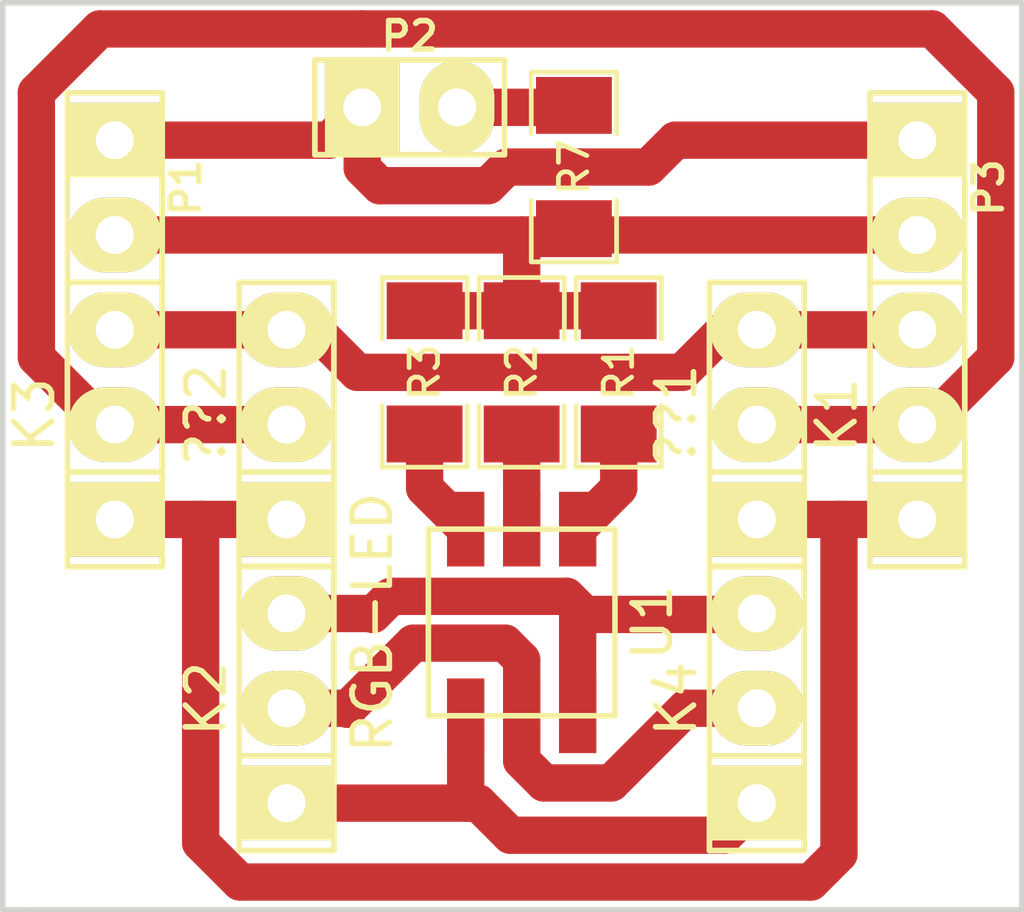
<source format=kicad_pcb>
(kicad_pcb (version 3) (host pcbnew "(2013-may-18)-stable")

  (general
    (links 26)
    (no_connects 0)
    (area 25.024999 38.424999 52.475001 62.875001)
    (thickness 1.6)
    (drawings 8)
    (tracks 80)
    (zones 0)
    (modules 14)
    (nets 13)
  )

  (page A3)
  (layers
    (15 F.Cu signal)
    (0 B.Cu signal)
    (16 B.Adhes user)
    (17 F.Adhes user)
    (18 B.Paste user)
    (19 F.Paste user)
    (20 B.SilkS user)
    (21 F.SilkS user)
    (22 B.Mask user)
    (23 F.Mask user)
    (24 Dwgs.User user)
    (25 Cmts.User user)
    (26 Eco1.User user)
    (27 Eco2.User user)
    (28 Edge.Cuts user)
  )

  (setup
    (last_trace_width 1)
    (trace_clearance 0.254)
    (zone_clearance 0.508)
    (zone_45_only no)
    (trace_min 0.254)
    (segment_width 0.2)
    (edge_width 0.15)
    (via_size 1)
    (via_drill 0.5)
    (via_min_size 0.889)
    (via_min_drill 0.5)
    (uvia_size 0.508)
    (uvia_drill 0.127)
    (uvias_allowed no)
    (uvia_min_size 0.508)
    (uvia_min_drill 0.127)
    (pcb_text_width 0.3)
    (pcb_text_size 1 1)
    (mod_edge_width 0.15)
    (mod_text_size 1 1)
    (mod_text_width 0.15)
    (pad_size 1 1)
    (pad_drill 0.6)
    (pad_to_mask_clearance 0)
    (aux_axis_origin 0 0)
    (visible_elements FFFFFFBF)
    (pcbplotparams
      (layerselection 3178497)
      (usegerberextensions true)
      (excludeedgelayer true)
      (linewidth 0.150000)
      (plotframeref false)
      (viasonmask false)
      (mode 1)
      (useauxorigin false)
      (hpglpennumber 1)
      (hpglpenspeed 20)
      (hpglpendiameter 15)
      (hpglpenoverlay 2)
      (psnegative false)
      (psa4output false)
      (plotreference true)
      (plotvalue true)
      (plotothertext true)
      (plotinvisibletext false)
      (padsonsilk false)
      (subtractmaskfromsilk false)
      (outputformat 1)
      (mirror false)
      (drillshape 1)
      (scaleselection 1)
      (outputdirectory ""))
  )

  (net 0 "")
  (net 1 +3.3V)
  (net 2 +BATT)
  (net 3 GND)
  (net 4 N-000001)
  (net 5 N-0000012)
  (net 6 N-0000013)
  (net 7 N-0000015)
  (net 8 N-000002)
  (net 9 N-000003)
  (net 10 N-000004)
  (net 11 N-000005)
  (net 12 N-000009)

  (net_class Default "This is the default net class."
    (clearance 0.254)
    (trace_width 1)
    (via_dia 1)
    (via_drill 0.5)
    (uvia_dia 0.508)
    (uvia_drill 0.127)
    (add_net "")
    (add_net +3.3V)
    (add_net +BATT)
    (add_net GND)
    (add_net N-000001)
    (add_net N-0000012)
    (add_net N-0000013)
    (add_net N-0000015)
    (add_net N-000002)
    (add_net N-000003)
    (add_net N-000004)
    (add_net N-000005)
    (add_net N-000009)
  )

  (module SM1206 (layer F.Cu) (tedit 42806E24) (tstamp 5517CA87)
    (at 40.4 42.9 270)
    (path /5517BB03)
    (attr smd)
    (fp_text reference R7 (at 0 0 270) (layer F.SilkS)
      (effects (font (size 0.762 0.762) (thickness 0.127)))
    )
    (fp_text value R (at 0 0 270) (layer F.SilkS) hide
      (effects (font (size 0.762 0.762) (thickness 0.127)))
    )
    (fp_line (start -2.54 -1.143) (end -2.54 1.143) (layer F.SilkS) (width 0.127))
    (fp_line (start -2.54 1.143) (end -0.889 1.143) (layer F.SilkS) (width 0.127))
    (fp_line (start 0.889 -1.143) (end 2.54 -1.143) (layer F.SilkS) (width 0.127))
    (fp_line (start 2.54 -1.143) (end 2.54 1.143) (layer F.SilkS) (width 0.127))
    (fp_line (start 2.54 1.143) (end 0.889 1.143) (layer F.SilkS) (width 0.127))
    (fp_line (start -0.889 -1.143) (end -2.54 -1.143) (layer F.SilkS) (width 0.127))
    (pad 1 smd rect (at -1.651 0 270) (size 1.524 2.032)
      (layers F.Cu F.Paste F.Mask)
      (net 5 N-0000012)
    )
    (pad 2 smd rect (at 1.651 0 270) (size 1.524 2.032)
      (layers F.Cu F.Paste F.Mask)
      (net 2 +BATT)
    )
    (model smd/chip_cms.wrl
      (at (xyz 0 0 0))
      (scale (xyz 0.17 0.16 0.16))
      (rotate (xyz 0 0 0))
    )
  )

  (module SM1206 (layer F.Cu) (tedit 42806E24) (tstamp 5517C33C)
    (at 36.4 48.4 270)
    (path /5517BF34)
    (attr smd)
    (fp_text reference R3 (at 0 0 270) (layer F.SilkS)
      (effects (font (size 0.762 0.762) (thickness 0.127)))
    )
    (fp_text value R (at 0 0 270) (layer F.SilkS) hide
      (effects (font (size 0.762 0.762) (thickness 0.127)))
    )
    (fp_line (start -2.54 -1.143) (end -2.54 1.143) (layer F.SilkS) (width 0.127))
    (fp_line (start -2.54 1.143) (end -0.889 1.143) (layer F.SilkS) (width 0.127))
    (fp_line (start 0.889 -1.143) (end 2.54 -1.143) (layer F.SilkS) (width 0.127))
    (fp_line (start 2.54 -1.143) (end 2.54 1.143) (layer F.SilkS) (width 0.127))
    (fp_line (start 2.54 1.143) (end 0.889 1.143) (layer F.SilkS) (width 0.127))
    (fp_line (start -0.889 -1.143) (end -2.54 -1.143) (layer F.SilkS) (width 0.127))
    (pad 1 smd rect (at -1.651 0 270) (size 1.524 2.032)
      (layers F.Cu F.Paste F.Mask)
      (net 2 +BATT)
    )
    (pad 2 smd rect (at 1.651 0 270) (size 1.524 2.032)
      (layers F.Cu F.Paste F.Mask)
      (net 10 N-000004)
    )
    (model smd/chip_cms.wrl
      (at (xyz 0 0 0))
      (scale (xyz 0.17 0.16 0.16))
      (rotate (xyz 0 0 0))
    )
  )

  (module SM1206 (layer F.Cu) (tedit 42806E24) (tstamp 5517C348)
    (at 39 48.4 270)
    (path /5517BF25)
    (attr smd)
    (fp_text reference R2 (at 0 0 270) (layer F.SilkS)
      (effects (font (size 0.762 0.762) (thickness 0.127)))
    )
    (fp_text value R (at 0 0 270) (layer F.SilkS) hide
      (effects (font (size 0.762 0.762) (thickness 0.127)))
    )
    (fp_line (start -2.54 -1.143) (end -2.54 1.143) (layer F.SilkS) (width 0.127))
    (fp_line (start -2.54 1.143) (end -0.889 1.143) (layer F.SilkS) (width 0.127))
    (fp_line (start 0.889 -1.143) (end 2.54 -1.143) (layer F.SilkS) (width 0.127))
    (fp_line (start 2.54 -1.143) (end 2.54 1.143) (layer F.SilkS) (width 0.127))
    (fp_line (start 2.54 1.143) (end 0.889 1.143) (layer F.SilkS) (width 0.127))
    (fp_line (start -0.889 -1.143) (end -2.54 -1.143) (layer F.SilkS) (width 0.127))
    (pad 1 smd rect (at -1.651 0 270) (size 1.524 2.032)
      (layers F.Cu F.Paste F.Mask)
      (net 2 +BATT)
    )
    (pad 2 smd rect (at 1.651 0 270) (size 1.524 2.032)
      (layers F.Cu F.Paste F.Mask)
      (net 9 N-000003)
    )
    (model smd/chip_cms.wrl
      (at (xyz 0 0 0))
      (scale (xyz 0.17 0.16 0.16))
      (rotate (xyz 0 0 0))
    )
  )

  (module SM1206 (layer F.Cu) (tedit 42806E24) (tstamp 5517C354)
    (at 41.6 48.4 270)
    (path /5517BEDF)
    (attr smd)
    (fp_text reference R1 (at 0 0 270) (layer F.SilkS)
      (effects (font (size 0.762 0.762) (thickness 0.127)))
    )
    (fp_text value R (at 0 0 270) (layer F.SilkS) hide
      (effects (font (size 0.762 0.762) (thickness 0.127)))
    )
    (fp_line (start -2.54 -1.143) (end -2.54 1.143) (layer F.SilkS) (width 0.127))
    (fp_line (start -2.54 1.143) (end -0.889 1.143) (layer F.SilkS) (width 0.127))
    (fp_line (start 0.889 -1.143) (end 2.54 -1.143) (layer F.SilkS) (width 0.127))
    (fp_line (start 2.54 -1.143) (end 2.54 1.143) (layer F.SilkS) (width 0.127))
    (fp_line (start 2.54 1.143) (end 0.889 1.143) (layer F.SilkS) (width 0.127))
    (fp_line (start -0.889 -1.143) (end -2.54 -1.143) (layer F.SilkS) (width 0.127))
    (pad 1 smd rect (at -1.651 0 270) (size 1.524 2.032)
      (layers F.Cu F.Paste F.Mask)
      (net 2 +BATT)
    )
    (pad 2 smd rect (at 1.651 0 270) (size 1.524 2.032)
      (layers F.Cu F.Paste F.Mask)
      (net 8 N-000002)
    )
    (model smd/chip_cms.wrl
      (at (xyz 0 0 0))
      (scale (xyz 0.17 0.16 0.16))
      (rotate (xyz 0 0 0))
    )
  )

  (module RGB-led (layer F.Cu) (tedit 5517C17E) (tstamp 5517C370)
    (at 39 55.1 270)
    (path /5517BED0)
    (fp_text reference U1 (at 0 -3.5 270) (layer F.SilkS)
      (effects (font (size 1 1) (thickness 0.15)))
    )
    (fp_text value RGB-LED (at 0 4 270) (layer F.SilkS)
      (effects (font (size 1 1) (thickness 0.15)))
    )
    (fp_line (start 2.5 -2.5) (end -2.5 -2.5) (layer F.SilkS) (width 0.15))
    (fp_line (start -2.5 -2.5) (end -2.5 2.5) (layer F.SilkS) (width 0.15))
    (fp_line (start -2.5 2.5) (end 2.5 2.5) (layer F.SilkS) (width 0.15))
    (fp_line (start 2.5 2.5) (end 2.5 -2.5) (layer F.SilkS) (width 0.15))
    (pad 1 smd rect (at 2.5 1.5 270) (size 2 1)
      (layers F.Cu F.Paste F.Mask)
      (net 4 N-000001)
    )
    (pad 2 smd rect (at 2.5 0 270) (size 2 1)
      (layers F.Cu F.Paste F.Mask)
      (net 11 N-000005)
    )
    (pad 3 smd rect (at 2.5 -1.5 270) (size 2 1)
      (layers F.Cu F.Paste F.Mask)
      (net 7 N-0000015)
    )
    (pad 4 smd rect (at -2.5 -1.5 270) (size 2 1)
      (layers F.Cu F.Paste F.Mask)
      (net 8 N-000002)
    )
    (pad 5 smd rect (at -2.5 0 270) (size 2 1)
      (layers F.Cu F.Paste F.Mask)
      (net 9 N-000003)
    )
    (pad 6 smd rect (at -2.5 1.5 270) (size 2 1)
      (layers F.Cu F.Paste F.Mask)
      (net 10 N-000004)
    )
  )

  (module PIN_ARRAY_LARGE_PADS_2.54mm_3X1 (layer F.Cu) (tedit 54F1868D) (tstamp 5517C37C)
    (at 45.3 57.4 90)
    (descr "Connecteur 3 pins")
    (tags "CONN DEV")
    (path /5517BCBA)
    (fp_text reference K4 (at 0.254 -2.159 90) (layer F.SilkS)
      (effects (font (size 1.016 1.016) (thickness 0.1524)))
    )
    (fp_text value LEDs (at 0 -2.159 90) (layer F.SilkS) hide
      (effects (font (size 1.016 1.016) (thickness 0.1524)))
    )
    (fp_line (start -3.81 1.27) (end -3.81 -1.27) (layer F.SilkS) (width 0.1524))
    (fp_line (start -3.81 -1.27) (end 3.81 -1.27) (layer F.SilkS) (width 0.1524))
    (fp_line (start 3.81 -1.27) (end 3.81 1.27) (layer F.SilkS) (width 0.1524))
    (fp_line (start 3.81 1.27) (end -3.81 1.27) (layer F.SilkS) (width 0.1524))
    (fp_line (start -1.27 -1.27) (end -1.27 1.27) (layer F.SilkS) (width 0.1524))
    (pad 1 thru_hole rect (at -2.54 0 90) (size 2 2.5) (drill 1.016)
      (layers *.Cu *.Mask F.SilkS)
      (net 4 N-000001)
    )
    (pad 2 thru_hole oval (at 0 0 90) (size 2 2.5) (drill 1.016)
      (layers *.Cu *.Mask F.SilkS)
      (net 11 N-000005)
    )
    (pad 3 thru_hole oval (at 2.54 0 90) (size 2 2.5) (drill 1.016)
      (layers *.Cu *.Mask F.SilkS)
      (net 7 N-0000015)
    )
  )

  (module PIN_ARRAY_LARGE_PADS_2.54mm_3X1 (layer F.Cu) (tedit 54F1868D) (tstamp 5517C388)
    (at 45.3 49.8 90)
    (descr "Connecteur 3 pins")
    (tags "CONN DEV")
    (path /55171C6A)
    (fp_text reference ??1 (at 0.254 -2.159 90) (layer F.SilkS)
      (effects (font (size 1.016 1.016) (thickness 0.1524)))
    )
    (fp_text value TSOP4856 (at 0 -2.159 90) (layer F.SilkS) hide
      (effects (font (size 1.016 1.016) (thickness 0.1524)))
    )
    (fp_line (start -3.81 1.27) (end -3.81 -1.27) (layer F.SilkS) (width 0.1524))
    (fp_line (start -3.81 -1.27) (end 3.81 -1.27) (layer F.SilkS) (width 0.1524))
    (fp_line (start 3.81 -1.27) (end 3.81 1.27) (layer F.SilkS) (width 0.1524))
    (fp_line (start 3.81 1.27) (end -3.81 1.27) (layer F.SilkS) (width 0.1524))
    (fp_line (start -1.27 -1.27) (end -1.27 1.27) (layer F.SilkS) (width 0.1524))
    (pad 1 thru_hole rect (at -2.54 0 90) (size 2 2.5) (drill 1.016)
      (layers *.Cu *.Mask F.SilkS)
      (net 12 N-000009)
    )
    (pad 2 thru_hole oval (at 0 0 90) (size 2 2.5) (drill 1.016)
      (layers *.Cu *.Mask F.SilkS)
      (net 3 GND)
    )
    (pad 3 thru_hole oval (at 2.54 0 90) (size 2 2.5) (drill 1.016)
      (layers *.Cu *.Mask F.SilkS)
      (net 1 +3.3V)
    )
  )

  (module PIN_ARRAY_LARGE_PADS_2.54mm_3X1 (layer F.Cu) (tedit 54F1868D) (tstamp 5517C394)
    (at 32.7 57.4 90)
    (descr "Connecteur 3 pins")
    (tags "CONN DEV")
    (path /5517BCAB)
    (fp_text reference K2 (at 0.254 -2.159 90) (layer F.SilkS)
      (effects (font (size 1.016 1.016) (thickness 0.1524)))
    )
    (fp_text value LEDs (at 0 -2.159 90) (layer F.SilkS) hide
      (effects (font (size 1.016 1.016) (thickness 0.1524)))
    )
    (fp_line (start -3.81 1.27) (end -3.81 -1.27) (layer F.SilkS) (width 0.1524))
    (fp_line (start -3.81 -1.27) (end 3.81 -1.27) (layer F.SilkS) (width 0.1524))
    (fp_line (start 3.81 -1.27) (end 3.81 1.27) (layer F.SilkS) (width 0.1524))
    (fp_line (start 3.81 1.27) (end -3.81 1.27) (layer F.SilkS) (width 0.1524))
    (fp_line (start -1.27 -1.27) (end -1.27 1.27) (layer F.SilkS) (width 0.1524))
    (pad 1 thru_hole rect (at -2.54 0 90) (size 2 2.5) (drill 1.016)
      (layers *.Cu *.Mask F.SilkS)
      (net 4 N-000001)
    )
    (pad 2 thru_hole oval (at 0 0 90) (size 2 2.5) (drill 1.016)
      (layers *.Cu *.Mask F.SilkS)
      (net 11 N-000005)
    )
    (pad 3 thru_hole oval (at 2.54 0 90) (size 2 2.5) (drill 1.016)
      (layers *.Cu *.Mask F.SilkS)
      (net 7 N-0000015)
    )
  )

  (module PIN_ARRAY_LARGE_PADS_2.54mm_3X1 (layer F.Cu) (tedit 54F1868D) (tstamp 5517C3A0)
    (at 28.1 49.8 90)
    (descr "Connecteur 3 pins")
    (tags "CONN DEV")
    (path /55171D0C)
    (fp_text reference K3 (at 0.254 -2.159 90) (layer F.SilkS)
      (effects (font (size 1.016 1.016) (thickness 0.1524)))
    )
    (fp_text value SENSORS (at 0 -2.159 90) (layer F.SilkS) hide
      (effects (font (size 1.016 1.016) (thickness 0.1524)))
    )
    (fp_line (start -3.81 1.27) (end -3.81 -1.27) (layer F.SilkS) (width 0.1524))
    (fp_line (start -3.81 -1.27) (end 3.81 -1.27) (layer F.SilkS) (width 0.1524))
    (fp_line (start 3.81 -1.27) (end 3.81 1.27) (layer F.SilkS) (width 0.1524))
    (fp_line (start 3.81 1.27) (end -3.81 1.27) (layer F.SilkS) (width 0.1524))
    (fp_line (start -1.27 -1.27) (end -1.27 1.27) (layer F.SilkS) (width 0.1524))
    (pad 1 thru_hole rect (at -2.54 0 90) (size 2 2.5) (drill 1.016)
      (layers *.Cu *.Mask F.SilkS)
      (net 12 N-000009)
    )
    (pad 2 thru_hole oval (at 0 0 90) (size 2 2.5) (drill 1.016)
      (layers *.Cu *.Mask F.SilkS)
      (net 3 GND)
    )
    (pad 3 thru_hole oval (at 2.54 0 90) (size 2 2.5) (drill 1.016)
      (layers *.Cu *.Mask F.SilkS)
      (net 1 +3.3V)
    )
  )

  (module PIN_ARRAY_LARGE_PADS_2.54mm_3X1 (layer F.Cu) (tedit 54F1868D) (tstamp 5517C3AC)
    (at 49.6 49.8 90)
    (descr "Connecteur 3 pins")
    (tags "CONN DEV")
    (path /55171CEF)
    (fp_text reference K1 (at 0.254 -2.159 90) (layer F.SilkS)
      (effects (font (size 1.016 1.016) (thickness 0.1524)))
    )
    (fp_text value SENSORS (at 0 -2.159 90) (layer F.SilkS) hide
      (effects (font (size 1.016 1.016) (thickness 0.1524)))
    )
    (fp_line (start -3.81 1.27) (end -3.81 -1.27) (layer F.SilkS) (width 0.1524))
    (fp_line (start -3.81 -1.27) (end 3.81 -1.27) (layer F.SilkS) (width 0.1524))
    (fp_line (start 3.81 -1.27) (end 3.81 1.27) (layer F.SilkS) (width 0.1524))
    (fp_line (start 3.81 1.27) (end -3.81 1.27) (layer F.SilkS) (width 0.1524))
    (fp_line (start -1.27 -1.27) (end -1.27 1.27) (layer F.SilkS) (width 0.1524))
    (pad 1 thru_hole rect (at -2.54 0 90) (size 2 2.5) (drill 1.016)
      (layers *.Cu *.Mask F.SilkS)
      (net 12 N-000009)
    )
    (pad 2 thru_hole oval (at 0 0 90) (size 2 2.5) (drill 1.016)
      (layers *.Cu *.Mask F.SilkS)
      (net 3 GND)
    )
    (pad 3 thru_hole oval (at 2.54 0 90) (size 2 2.5) (drill 1.016)
      (layers *.Cu *.Mask F.SilkS)
      (net 1 +3.3V)
    )
  )

  (module PIN_ARRAY_LARGE_PADS_2.54mm_3X1 (layer F.Cu) (tedit 54F1868D) (tstamp 5517C3B8)
    (at 32.7 49.8 90)
    (descr "Connecteur 3 pins")
    (tags "CONN DEV")
    (path /55171C79)
    (fp_text reference ??2 (at 0.254 -2.159 90) (layer F.SilkS)
      (effects (font (size 1.016 1.016) (thickness 0.1524)))
    )
    (fp_text value TSOP4856 (at 0 -2.159 90) (layer F.SilkS) hide
      (effects (font (size 1.016 1.016) (thickness 0.1524)))
    )
    (fp_line (start -3.81 1.27) (end -3.81 -1.27) (layer F.SilkS) (width 0.1524))
    (fp_line (start -3.81 -1.27) (end 3.81 -1.27) (layer F.SilkS) (width 0.1524))
    (fp_line (start 3.81 -1.27) (end 3.81 1.27) (layer F.SilkS) (width 0.1524))
    (fp_line (start 3.81 1.27) (end -3.81 1.27) (layer F.SilkS) (width 0.1524))
    (fp_line (start -1.27 -1.27) (end -1.27 1.27) (layer F.SilkS) (width 0.1524))
    (pad 1 thru_hole rect (at -2.54 0 90) (size 2 2.5) (drill 1.016)
      (layers *.Cu *.Mask F.SilkS)
      (net 12 N-000009)
    )
    (pad 2 thru_hole oval (at 0 0 90) (size 2 2.5) (drill 1.016)
      (layers *.Cu *.Mask F.SilkS)
      (net 3 GND)
    )
    (pad 3 thru_hole oval (at 2.54 0 90) (size 2 2.5) (drill 1.016)
      (layers *.Cu *.Mask F.SilkS)
      (net 1 +3.3V)
    )
  )

  (module PIN_ARRAY_LARGE_PADS_2.54mm_2X1 (layer F.Cu) (tedit 54F186BD) (tstamp 5517C3C2)
    (at 49.6 43.45 270)
    (descr "Connecteurs 2 pins")
    (tags "CONN DEV")
    (path /5517BC38)
    (fp_text reference P3 (at 0 -1.905 270) (layer F.SilkS)
      (effects (font (size 0.762 0.762) (thickness 0.1524)))
    )
    (fp_text value Vibro (at 0 -1.905 270) (layer F.SilkS) hide
      (effects (font (size 0.762 0.762) (thickness 0.1524)))
    )
    (fp_line (start -2.54 1.27) (end -2.54 -1.27) (layer F.SilkS) (width 0.1524))
    (fp_line (start -2.54 -1.27) (end 2.54 -1.27) (layer F.SilkS) (width 0.1524))
    (fp_line (start 2.54 -1.27) (end 2.54 1.27) (layer F.SilkS) (width 0.1524))
    (fp_line (start 2.54 1.27) (end -2.54 1.27) (layer F.SilkS) (width 0.1524))
    (pad 1 thru_hole rect (at -1.27 0 270) (size 2 2.5) (drill 1.016)
      (layers *.Cu *.Mask F.SilkS)
      (net 6 N-0000013)
    )
    (pad 2 thru_hole oval (at 1.27 0 270) (size 2 2.5) (drill 1.016)
      (layers *.Cu *.Mask F.SilkS)
      (net 2 +BATT)
    )
  )

  (module PIN_ARRAY_LARGE_PADS_2.54mm_2X1 (layer F.Cu) (tedit 54F186BD) (tstamp 5517C3CC)
    (at 28.1 43.45 270)
    (descr "Connecteurs 2 pins")
    (tags "CONN DEV")
    (path /5517BB1C)
    (fp_text reference P1 (at 0 -1.905 270) (layer F.SilkS)
      (effects (font (size 0.762 0.762) (thickness 0.1524)))
    )
    (fp_text value Vibro (at 0 -1.905 270) (layer F.SilkS) hide
      (effects (font (size 0.762 0.762) (thickness 0.1524)))
    )
    (fp_line (start -2.54 1.27) (end -2.54 -1.27) (layer F.SilkS) (width 0.1524))
    (fp_line (start -2.54 -1.27) (end 2.54 -1.27) (layer F.SilkS) (width 0.1524))
    (fp_line (start 2.54 -1.27) (end 2.54 1.27) (layer F.SilkS) (width 0.1524))
    (fp_line (start 2.54 1.27) (end -2.54 1.27) (layer F.SilkS) (width 0.1524))
    (pad 1 thru_hole rect (at -1.27 0 270) (size 2 2.5) (drill 1.016)
      (layers *.Cu *.Mask F.SilkS)
      (net 6 N-0000013)
    )
    (pad 2 thru_hole oval (at 1.27 0 270) (size 2 2.5) (drill 1.016)
      (layers *.Cu *.Mask F.SilkS)
      (net 2 +BATT)
    )
  )

  (module PIN_ARRAY_LARGE_PADS_2.54mm_2X1 (layer F.Cu) (tedit 54F186BD) (tstamp 5517C3D6)
    (at 36 41.3)
    (descr "Connecteurs 2 pins")
    (tags "CONN DEV")
    (path /5517BA51)
    (fp_text reference P2 (at 0 -1.905) (layer F.SilkS)
      (effects (font (size 0.762 0.762) (thickness 0.1524)))
    )
    (fp_text value VibroEngine (at 0 -1.905) (layer F.SilkS) hide
      (effects (font (size 0.762 0.762) (thickness 0.1524)))
    )
    (fp_line (start -2.54 1.27) (end -2.54 -1.27) (layer F.SilkS) (width 0.1524))
    (fp_line (start -2.54 -1.27) (end 2.54 -1.27) (layer F.SilkS) (width 0.1524))
    (fp_line (start 2.54 -1.27) (end 2.54 1.27) (layer F.SilkS) (width 0.1524))
    (fp_line (start 2.54 1.27) (end -2.54 1.27) (layer F.SilkS) (width 0.1524))
    (pad 1 thru_hole rect (at -1.27 0) (size 2 2.5) (drill 1.016)
      (layers *.Cu *.Mask F.SilkS)
      (net 6 N-0000013)
    )
    (pad 2 thru_hole oval (at 1.27 0) (size 2 2.5) (drill 1.016)
      (layers *.Cu *.Mask F.SilkS)
      (net 5 N-0000012)
    )
  )

  (gr_line (start 25.1 38.5) (end 25.2 38.5) (angle 90) (layer Edge.Cuts) (width 0.15))
  (gr_line (start 25.1 62.8) (end 25.1 38.5) (angle 90) (layer Edge.Cuts) (width 0.15))
  (gr_line (start 25.4 62.8) (end 25.1 62.8) (angle 90) (layer Edge.Cuts) (width 0.15))
  (gr_line (start 25.7 62.8) (end 25.4 62.8) (angle 90) (layer Edge.Cuts) (width 0.15))
  (gr_line (start 26.2 62.8) (end 25.7 62.8) (angle 90) (layer Edge.Cuts) (width 0.15))
  (gr_line (start 52.4 62.8) (end 26.2 62.8) (angle 90) (layer Edge.Cuts) (width 0.15))
  (gr_line (start 52.4 38.5) (end 52.4 62.8) (angle 90) (layer Edge.Cuts) (width 0.15))
  (gr_line (start 25.2 38.5) (end 52.4 38.5) (angle 90) (layer Edge.Cuts) (width 0.15))

  (segment (start 28.1 47.26) (end 32.7 47.26) (width 1) (layer F.Cu) (net 1))
  (segment (start 32.7 47.26) (end 33.46 47.26) (width 1) (layer F.Cu) (net 1))
  (segment (start 44.44 47.26) (end 45.3 47.26) (width 1) (layer F.Cu) (net 1) (tstamp 5517CAE4))
  (segment (start 43.3 48.4) (end 44.44 47.26) (width 1) (layer F.Cu) (net 1) (tstamp 5517CAE3))
  (segment (start 34.6 48.4) (end 43.3 48.4) (width 1) (layer F.Cu) (net 1) (tstamp 5517CAE2))
  (segment (start 33.46 47.26) (end 34.6 48.4) (width 1) (layer F.Cu) (net 1) (tstamp 5517CAE1))
  (segment (start 49.6 47.26) (end 45.3 47.26) (width 1) (layer F.Cu) (net 1))
  (segment (start 39 44.8) (end 40.151 44.8) (width 1) (layer F.Cu) (net 2) (status 800000))
  (segment (start 40.151 44.8) (end 40.4 44.551) (width 1) (layer F.Cu) (net 2) (tstamp 553671EA) (status C00000))
  (segment (start 39 46.749) (end 41.6 46.749) (width 1) (layer F.Cu) (net 2))
  (segment (start 39 46.749) (end 39 44.8) (width 1) (layer F.Cu) (net 2))
  (segment (start 39 44.8) (end 39 44.72) (width 1) (layer F.Cu) (net 2) (tstamp 553671E8))
  (segment (start 39.2 44.8) (end 39.2 44.72) (width 1) (layer F.Cu) (net 2) (tstamp 5517CAEB))
  (segment (start 39.08 44.8) (end 39.2 44.8) (width 1) (layer F.Cu) (net 2) (tstamp 5517CAEA))
  (segment (start 39 44.72) (end 39.08 44.8) (width 1) (layer F.Cu) (net 2) (tstamp 5517CAE9))
  (segment (start 28.1 44.72) (end 39.2 44.72) (width 1) (layer F.Cu) (net 2))
  (segment (start 39.2 44.72) (end 49.6 44.72) (width 1) (layer F.Cu) (net 2) (tstamp 5517CAEC))
  (segment (start 36.4 46.749) (end 39 46.749) (width 1) (layer F.Cu) (net 2))
  (segment (start 28.1 49.8) (end 27.8 49.8) (width 1) (layer F.Cu) (net 3))
  (segment (start 49.9 49.8) (end 49.6 49.8) (width 1) (layer F.Cu) (net 3) (tstamp 5517CC01))
  (segment (start 51.7 48) (end 49.9 49.8) (width 1) (layer F.Cu) (net 3) (tstamp 5517CC00))
  (segment (start 51.7 40.9) (end 51.7 48) (width 1) (layer F.Cu) (net 3) (tstamp 5517CBFF))
  (segment (start 50 39.2) (end 51.7 40.9) (width 1) (layer F.Cu) (net 3) (tstamp 5517CBFE))
  (segment (start 27.8 49.8) (end 26 48) (width 1) (layer F.Cu) (net 3) (tstamp 5517CBFA))
  (segment (start 28.1 49.8) (end 32.7 49.8) (width 1) (layer F.Cu) (net 3))
  (segment (start 49.6 49.8) (end 45.3 49.8) (width 1) (layer F.Cu) (net 3))
  (segment (start 34.7 39.2) (end 50 39.2) (width 1) (layer F.Cu) (net 3) (tstamp 5517CC05))
  (segment (start 26 48) (end 26 40.9) (width 1) (layer F.Cu) (net 3) (tstamp 5517CBFB))
  (segment (start 27.7 39.2) (end 34.7 39.2) (width 1) (layer F.Cu) (net 3) (tstamp 5517CBFD))
  (segment (start 26 40.9) (end 27.7 39.2) (width 1) (layer F.Cu) (net 3) (tstamp 5517CBFC))
  (segment (start 37.5 57.6) (end 37.5 59.94) (width 1) (layer F.Cu) (net 4))
  (segment (start 37.5 59.94) (end 37.84 59.94) (width 1) (layer F.Cu) (net 4) (tstamp 5517CB91))
  (segment (start 32.7 59.94) (end 37.84 59.94) (width 1) (layer F.Cu) (net 4))
  (segment (start 44.44 60.8) (end 45.3 59.94) (width 1) (layer F.Cu) (net 4) (tstamp 5517CB8E))
  (segment (start 38.7 60.8) (end 44.44 60.8) (width 1) (layer F.Cu) (net 4) (tstamp 5517CB8D))
  (segment (start 37.84 59.94) (end 38.7 60.8) (width 1) (layer F.Cu) (net 4) (tstamp 5517CB8C))
  (segment (start 40.249 41.3) (end 37.27 41.3) (width 1) (layer F.Cu) (net 5))
  (segment (start 49.6 42.18) (end 43.12 42.18) (width 1) (layer F.Cu) (net 6) (status 400000))
  (segment (start 34.73 42.93) (end 34.73 41.3) (width 1) (layer F.Cu) (net 6) (tstamp 553671FE) (status 800000))
  (segment (start 35.2 43.4) (end 34.73 42.93) (width 1) (layer F.Cu) (net 6) (tstamp 553671FD))
  (segment (start 38.1 43.4) (end 35.2 43.4) (width 1) (layer F.Cu) (net 6) (tstamp 553671FC))
  (segment (start 38.6 42.9) (end 38.1 43.4) (width 1) (layer F.Cu) (net 6) (tstamp 553671FA))
  (segment (start 42.4 42.9) (end 38.6 42.9) (width 1) (layer F.Cu) (net 6) (tstamp 553671F8))
  (segment (start 43.12 42.18) (end 42.4 42.9) (width 1) (layer F.Cu) (net 6) (tstamp 553671F7))
  (segment (start 28.1 42.18) (end 33.85 42.18) (width 1) (layer F.Cu) (net 6) (status C00000))
  (segment (start 33.85 42.18) (end 34.73 41.3) (width 1) (layer F.Cu) (net 6) (tstamp 553671F1) (status C00000))
  (segment (start 40.685 54.885) (end 45.275 54.885) (width 1) (layer F.Cu) (net 7))
  (segment (start 40.2 54.4) (end 40.685 54.885) (width 1) (layer F.Cu) (net 7) (tstamp 5517CAD2))
  (segment (start 45.275 54.885) (end 45.3 54.86) (width 1) (layer F.Cu) (net 7) (tstamp 5517CB82))
  (segment (start 32.7 54.86) (end 35.04 54.86) (width 1) (layer F.Cu) (net 7))
  (segment (start 35.5 54.4) (end 40.2 54.4) (width 1) (layer F.Cu) (net 7) (tstamp 5517CA00))
  (segment (start 35.015 54.885) (end 35.5 54.4) (width 1) (layer F.Cu) (net 7) (tstamp 5517C9FF))
  (segment (start 35.04 54.86) (end 35.015 54.885) (width 1) (layer F.Cu) (net 7) (tstamp 5517CB7F))
  (segment (start 40.2 54.4) (end 40.5 54.7) (width 1) (layer F.Cu) (net 7) (tstamp 5517CA01))
  (segment (start 40.5 54.7) (end 40.5 57.6) (width 1) (layer F.Cu) (net 7) (tstamp 5517CA02))
  (segment (start 41.6 50.051) (end 41.6 51.5) (width 1) (layer F.Cu) (net 8))
  (segment (start 41.6 51.5) (end 40.5 52.6) (width 1) (layer F.Cu) (net 8) (tstamp 5517C940))
  (segment (start 39 52.6) (end 39 50.051) (width 1) (layer F.Cu) (net 9))
  (segment (start 36.4 50.051) (end 36.4 51.5) (width 1) (layer F.Cu) (net 10))
  (segment (start 36.4 51.5) (end 37.5 52.6) (width 1) (layer F.Cu) (net 10) (tstamp 5517C945))
  (segment (start 39 57.6) (end 39 58.8) (width 1) (layer F.Cu) (net 11))
  (segment (start 43.4 57.4) (end 45.3 57.4) (width 1) (layer F.Cu) (net 11) (tstamp 5517CB89))
  (segment (start 41.4 59.4) (end 43.4 57.4) (width 1) (layer F.Cu) (net 11) (tstamp 5517CB88))
  (segment (start 39.6 59.4) (end 41.4 59.4) (width 1) (layer F.Cu) (net 11) (tstamp 5517CB87))
  (segment (start 39 58.8) (end 39.6 59.4) (width 1) (layer F.Cu) (net 11) (tstamp 5517CB86))
  (segment (start 32.7 57.4) (end 34.354002 57.4) (width 1) (layer F.Cu) (net 11))
  (segment (start 34.329002 57.425) (end 36.1 55.654002) (width 1) (layer F.Cu) (net 11) (tstamp 5517CA05))
  (segment (start 36.1 55.654002) (end 38.554002 55.654002) (width 1) (layer F.Cu) (net 11) (tstamp 5517CA06))
  (segment (start 38.554002 55.654002) (end 39 56.1) (width 1) (layer F.Cu) (net 11) (tstamp 5517CA07))
  (segment (start 39 56.1) (end 39 57.6) (width 1) (layer F.Cu) (net 11) (tstamp 5517CA08))
  (segment (start 34.354002 57.4) (end 34.329002 57.425) (width 1) (layer F.Cu) (net 11) (tstamp 5517CB7C))
  (segment (start 30.4 52.34) (end 30.4 61) (width 1) (layer F.Cu) (net 12))
  (segment (start 47.5 61.3) (end 47.5 52.34) (width 1) (layer F.Cu) (net 12) (tstamp 5517CBA1))
  (segment (start 46.745998 62.054002) (end 47.5 61.3) (width 1) (layer F.Cu) (net 12) (tstamp 5517CBA0))
  (segment (start 31.454002 62.054002) (end 46.745998 62.054002) (width 1) (layer F.Cu) (net 12) (tstamp 5517CB9F))
  (segment (start 30.4 61) (end 31.454002 62.054002) (width 1) (layer F.Cu) (net 12) (tstamp 5517CB9E))
  (segment (start 28.1 52.34) (end 30.4 52.34) (width 1) (layer F.Cu) (net 12))
  (segment (start 30.4 52.34) (end 32.7 52.34) (width 1) (layer F.Cu) (net 12) (tstamp 5517CB9C))
  (segment (start 49.6 52.34) (end 47.5 52.34) (width 1) (layer F.Cu) (net 12))
  (segment (start 47.5 52.34) (end 45.3 52.34) (width 1) (layer F.Cu) (net 12) (tstamp 5517CBA4))

)

</source>
